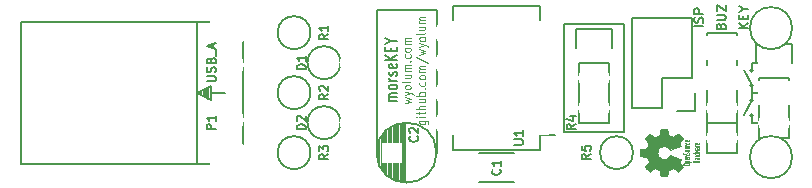
<source format=gto>
%TF.GenerationSoftware,KiCad,Pcbnew,4.0.5-e0-6337~49~ubuntu16.04.1*%
%TF.CreationDate,2017-02-01T20:03:23+05:30*%
%TF.ProjectId,morseKEY,6D6F7273654B45592E6B696361645F70,rev?*%
%TF.FileFunction,Legend,Top*%
%FSLAX46Y46*%
G04 Gerber Fmt 4.6, Leading zero omitted, Abs format (unit mm)*
G04 Created by KiCad (PCBNEW 4.0.5-e0-6337~49~ubuntu16.04.1) date Wed Feb  1 20:03:23 2017*
%MOMM*%
%LPD*%
G01*
G04 APERTURE LIST*
%ADD10C,0.101600*%
%ADD11C,0.200000*%
%ADD12C,0.152400*%
%ADD13C,0.063500*%
%ADD14C,0.150000*%
%ADD15C,0.100000*%
%ADD16C,0.002540*%
%ADD17C,0.127000*%
%ADD18C,2.127200*%
%ADD19O,2.127200X2.127200*%
%ADD20R,2.127200X2.127200*%
%ADD21C,1.720800*%
%ADD22R,1.720800X1.720800*%
%ADD23O,2.940000X1.974800*%
%ADD24O,2.686000X2.051000*%
%ADD25R,2.686000X2.051000*%
%ADD26C,2.432000*%
%ADD27C,3.400000*%
%ADD28C,2.000000*%
%ADD29C,3.600000*%
%ADD30C,2.200000*%
G04 APERTURE END LIST*
D10*
D11*
X72517000Y-31115000D02*
G75*
G03X72517000Y-31115000I-127000J0D01*
G01*
X72517000Y-32385000D02*
G75*
G03X72517000Y-32385000I-127000J0D01*
G01*
X72517000Y-33655000D02*
G75*
G03X72517000Y-33655000I-127000J0D01*
G01*
X72517000Y-34925000D02*
G75*
G03X72517000Y-34925000I-127000J0D01*
G01*
X72390000Y-32385000D02*
X71755000Y-31115000D01*
X72390000Y-33655000D02*
X71755000Y-34925000D01*
X72390000Y-35560000D02*
X72390000Y-34925000D01*
X73025000Y-35560000D02*
X72390000Y-35560000D01*
X72390000Y-33020000D02*
X73025000Y-33020000D01*
X72390000Y-32385000D02*
X72390000Y-33655000D01*
X72390000Y-30480000D02*
X72390000Y-31115000D01*
X73025000Y-30480000D02*
X72390000Y-30480000D01*
X40640000Y-26035000D02*
X45720000Y-26035000D01*
X40640000Y-38100000D02*
X40640000Y-26035000D01*
X45720000Y-26035000D02*
X45720000Y-38100000D01*
D10*
X43029414Y-33896906D02*
X43537414Y-33775953D01*
X43174557Y-33655001D01*
X43537414Y-33534049D01*
X43029414Y-33413096D01*
X43029414Y-33231668D02*
X43537414Y-33080477D01*
X43029414Y-32929287D02*
X43537414Y-33080477D01*
X43718843Y-33140953D01*
X43755129Y-33171192D01*
X43791414Y-33231668D01*
X43537414Y-32596667D02*
X43501129Y-32657143D01*
X43464843Y-32687382D01*
X43392271Y-32717620D01*
X43174557Y-32717620D01*
X43101986Y-32687382D01*
X43065700Y-32657143D01*
X43029414Y-32596667D01*
X43029414Y-32505953D01*
X43065700Y-32445477D01*
X43101986Y-32415239D01*
X43174557Y-32385001D01*
X43392271Y-32385001D01*
X43464843Y-32415239D01*
X43501129Y-32445477D01*
X43537414Y-32505953D01*
X43537414Y-32596667D01*
X43537414Y-32022143D02*
X43501129Y-32082619D01*
X43428557Y-32112858D01*
X42775414Y-32112858D01*
X43029414Y-31508096D02*
X43537414Y-31508096D01*
X43029414Y-31780239D02*
X43428557Y-31780239D01*
X43501129Y-31750000D01*
X43537414Y-31689524D01*
X43537414Y-31598810D01*
X43501129Y-31538334D01*
X43464843Y-31508096D01*
X43537414Y-31205715D02*
X43029414Y-31205715D01*
X43101986Y-31205715D02*
X43065700Y-31175476D01*
X43029414Y-31115000D01*
X43029414Y-31024286D01*
X43065700Y-30963810D01*
X43138271Y-30933572D01*
X43537414Y-30933572D01*
X43138271Y-30933572D02*
X43065700Y-30903334D01*
X43029414Y-30842857D01*
X43029414Y-30752143D01*
X43065700Y-30691667D01*
X43138271Y-30661429D01*
X43537414Y-30661429D01*
X43464843Y-30359048D02*
X43501129Y-30328809D01*
X43537414Y-30359048D01*
X43501129Y-30389286D01*
X43464843Y-30359048D01*
X43537414Y-30359048D01*
X43501129Y-29784524D02*
X43537414Y-29845000D01*
X43537414Y-29965952D01*
X43501129Y-30026428D01*
X43464843Y-30056667D01*
X43392271Y-30086905D01*
X43174557Y-30086905D01*
X43101986Y-30056667D01*
X43065700Y-30026428D01*
X43029414Y-29965952D01*
X43029414Y-29845000D01*
X43065700Y-29784524D01*
X43537414Y-29421666D02*
X43501129Y-29482142D01*
X43464843Y-29512381D01*
X43392271Y-29542619D01*
X43174557Y-29542619D01*
X43101986Y-29512381D01*
X43065700Y-29482142D01*
X43029414Y-29421666D01*
X43029414Y-29330952D01*
X43065700Y-29270476D01*
X43101986Y-29240238D01*
X43174557Y-29210000D01*
X43392271Y-29210000D01*
X43464843Y-29240238D01*
X43501129Y-29270476D01*
X43537414Y-29330952D01*
X43537414Y-29421666D01*
X43537414Y-28937857D02*
X43029414Y-28937857D01*
X43101986Y-28937857D02*
X43065700Y-28907618D01*
X43029414Y-28847142D01*
X43029414Y-28756428D01*
X43065700Y-28695952D01*
X43138271Y-28665714D01*
X43537414Y-28665714D01*
X43138271Y-28665714D02*
X43065700Y-28635476D01*
X43029414Y-28574999D01*
X43029414Y-28484285D01*
X43065700Y-28423809D01*
X43138271Y-28393571D01*
X43537414Y-28393571D01*
X44274014Y-35378573D02*
X44890871Y-35378573D01*
X44963443Y-35408811D01*
X44999729Y-35439049D01*
X45036014Y-35499525D01*
X45036014Y-35590239D01*
X44999729Y-35650716D01*
X44745729Y-35378573D02*
X44782014Y-35439049D01*
X44782014Y-35560001D01*
X44745729Y-35620477D01*
X44709443Y-35650716D01*
X44636871Y-35680954D01*
X44419157Y-35680954D01*
X44346586Y-35650716D01*
X44310300Y-35620477D01*
X44274014Y-35560001D01*
X44274014Y-35439049D01*
X44310300Y-35378573D01*
X44782014Y-35076192D02*
X44274014Y-35076192D01*
X44020014Y-35076192D02*
X44056300Y-35106430D01*
X44092586Y-35076192D01*
X44056300Y-35045953D01*
X44020014Y-35076192D01*
X44092586Y-35076192D01*
X44274014Y-34864525D02*
X44274014Y-34622620D01*
X44020014Y-34773811D02*
X44673157Y-34773811D01*
X44745729Y-34743572D01*
X44782014Y-34683096D01*
X44782014Y-34622620D01*
X44782014Y-34410954D02*
X44020014Y-34410954D01*
X44782014Y-34138811D02*
X44382871Y-34138811D01*
X44310300Y-34169049D01*
X44274014Y-34229525D01*
X44274014Y-34320239D01*
X44310300Y-34380715D01*
X44346586Y-34410954D01*
X44274014Y-33564287D02*
X44782014Y-33564287D01*
X44274014Y-33836430D02*
X44673157Y-33836430D01*
X44745729Y-33806191D01*
X44782014Y-33745715D01*
X44782014Y-33655001D01*
X44745729Y-33594525D01*
X44709443Y-33564287D01*
X44782014Y-33261906D02*
X44020014Y-33261906D01*
X44310300Y-33261906D02*
X44274014Y-33201429D01*
X44274014Y-33080477D01*
X44310300Y-33020001D01*
X44346586Y-32989763D01*
X44419157Y-32959525D01*
X44636871Y-32959525D01*
X44709443Y-32989763D01*
X44745729Y-33020001D01*
X44782014Y-33080477D01*
X44782014Y-33201429D01*
X44745729Y-33261906D01*
X44709443Y-32687382D02*
X44745729Y-32657143D01*
X44782014Y-32687382D01*
X44745729Y-32717620D01*
X44709443Y-32687382D01*
X44782014Y-32687382D01*
X44745729Y-32112858D02*
X44782014Y-32173334D01*
X44782014Y-32294286D01*
X44745729Y-32354762D01*
X44709443Y-32385001D01*
X44636871Y-32415239D01*
X44419157Y-32415239D01*
X44346586Y-32385001D01*
X44310300Y-32354762D01*
X44274014Y-32294286D01*
X44274014Y-32173334D01*
X44310300Y-32112858D01*
X44782014Y-31750000D02*
X44745729Y-31810476D01*
X44709443Y-31840715D01*
X44636871Y-31870953D01*
X44419157Y-31870953D01*
X44346586Y-31840715D01*
X44310300Y-31810476D01*
X44274014Y-31750000D01*
X44274014Y-31659286D01*
X44310300Y-31598810D01*
X44346586Y-31568572D01*
X44419157Y-31538334D01*
X44636871Y-31538334D01*
X44709443Y-31568572D01*
X44745729Y-31598810D01*
X44782014Y-31659286D01*
X44782014Y-31750000D01*
X44782014Y-31266191D02*
X44274014Y-31266191D01*
X44346586Y-31266191D02*
X44310300Y-31235952D01*
X44274014Y-31175476D01*
X44274014Y-31084762D01*
X44310300Y-31024286D01*
X44382871Y-30994048D01*
X44782014Y-30994048D01*
X44382871Y-30994048D02*
X44310300Y-30963810D01*
X44274014Y-30903333D01*
X44274014Y-30812619D01*
X44310300Y-30752143D01*
X44382871Y-30721905D01*
X44782014Y-30721905D01*
X43983729Y-29965952D02*
X44963443Y-30510238D01*
X44274014Y-29814762D02*
X44782014Y-29693809D01*
X44419157Y-29572857D01*
X44782014Y-29451905D01*
X44274014Y-29330952D01*
X44274014Y-29149524D02*
X44782014Y-28998333D01*
X44274014Y-28847143D02*
X44782014Y-28998333D01*
X44963443Y-29058809D01*
X44999729Y-29089048D01*
X45036014Y-29149524D01*
X44782014Y-28514523D02*
X44745729Y-28574999D01*
X44709443Y-28605238D01*
X44636871Y-28635476D01*
X44419157Y-28635476D01*
X44346586Y-28605238D01*
X44310300Y-28574999D01*
X44274014Y-28514523D01*
X44274014Y-28423809D01*
X44310300Y-28363333D01*
X44346586Y-28333095D01*
X44419157Y-28302857D01*
X44636871Y-28302857D01*
X44709443Y-28333095D01*
X44745729Y-28363333D01*
X44782014Y-28423809D01*
X44782014Y-28514523D01*
X44782014Y-27939999D02*
X44745729Y-28000475D01*
X44673157Y-28030714D01*
X44020014Y-28030714D01*
X44274014Y-27425952D02*
X44782014Y-27425952D01*
X44274014Y-27698095D02*
X44673157Y-27698095D01*
X44745729Y-27667856D01*
X44782014Y-27607380D01*
X44782014Y-27516666D01*
X44745729Y-27456190D01*
X44709443Y-27425952D01*
X44782014Y-27123571D02*
X44274014Y-27123571D01*
X44346586Y-27123571D02*
X44310300Y-27093332D01*
X44274014Y-27032856D01*
X44274014Y-26942142D01*
X44310300Y-26881666D01*
X44382871Y-26851428D01*
X44782014Y-26851428D01*
X44382871Y-26851428D02*
X44310300Y-26821190D01*
X44274014Y-26760713D01*
X44274014Y-26669999D01*
X44310300Y-26609523D01*
X44382871Y-26579285D01*
X44782014Y-26579285D01*
D12*
X42369619Y-33709428D02*
X41692286Y-33709428D01*
X41789048Y-33709428D02*
X41740667Y-33673143D01*
X41692286Y-33600571D01*
X41692286Y-33491714D01*
X41740667Y-33419143D01*
X41837429Y-33382857D01*
X42369619Y-33382857D01*
X41837429Y-33382857D02*
X41740667Y-33346571D01*
X41692286Y-33274000D01*
X41692286Y-33165143D01*
X41740667Y-33092571D01*
X41837429Y-33056286D01*
X42369619Y-33056286D01*
X42369619Y-32584571D02*
X42321238Y-32657143D01*
X42272857Y-32693428D01*
X42176095Y-32729714D01*
X41885810Y-32729714D01*
X41789048Y-32693428D01*
X41740667Y-32657143D01*
X41692286Y-32584571D01*
X41692286Y-32475714D01*
X41740667Y-32403143D01*
X41789048Y-32366857D01*
X41885810Y-32330571D01*
X42176095Y-32330571D01*
X42272857Y-32366857D01*
X42321238Y-32403143D01*
X42369619Y-32475714D01*
X42369619Y-32584571D01*
X42369619Y-32003999D02*
X41692286Y-32003999D01*
X41885810Y-32003999D02*
X41789048Y-31967714D01*
X41740667Y-31931428D01*
X41692286Y-31858857D01*
X41692286Y-31786285D01*
X42321238Y-31568571D02*
X42369619Y-31496000D01*
X42369619Y-31350857D01*
X42321238Y-31278285D01*
X42224476Y-31242000D01*
X42176095Y-31242000D01*
X42079333Y-31278285D01*
X42030952Y-31350857D01*
X42030952Y-31459714D01*
X41982571Y-31532285D01*
X41885810Y-31568571D01*
X41837429Y-31568571D01*
X41740667Y-31532285D01*
X41692286Y-31459714D01*
X41692286Y-31350857D01*
X41740667Y-31278285D01*
X42321238Y-30625143D02*
X42369619Y-30697714D01*
X42369619Y-30842857D01*
X42321238Y-30915428D01*
X42224476Y-30951714D01*
X41837429Y-30951714D01*
X41740667Y-30915428D01*
X41692286Y-30842857D01*
X41692286Y-30697714D01*
X41740667Y-30625143D01*
X41837429Y-30588857D01*
X41934190Y-30588857D01*
X42030952Y-30951714D01*
X42369619Y-30262285D02*
X41353619Y-30262285D01*
X42369619Y-29826857D02*
X41789048Y-30153428D01*
X41353619Y-29826857D02*
X41934190Y-30262285D01*
X41837429Y-29500285D02*
X41837429Y-29246285D01*
X42369619Y-29137428D02*
X42369619Y-29500285D01*
X41353619Y-29500285D01*
X41353619Y-29137428D01*
X41885810Y-28665714D02*
X42369619Y-28665714D01*
X41353619Y-28919714D02*
X41885810Y-28665714D01*
X41353619Y-28411714D01*
D13*
X66619060Y-39109953D02*
X66619060Y-39061572D01*
X66643250Y-39037381D01*
X66691631Y-39013191D01*
X66788393Y-39001096D01*
X66957726Y-39001096D01*
X67054488Y-39013191D01*
X67102869Y-39037381D01*
X67127060Y-39061572D01*
X67127060Y-39109953D01*
X67102869Y-39134143D01*
X67054488Y-39158334D01*
X66957726Y-39170429D01*
X66788393Y-39170429D01*
X66691631Y-39158334D01*
X66643250Y-39134143D01*
X66619060Y-39109953D01*
X66788393Y-38892239D02*
X67296393Y-38892239D01*
X66812583Y-38892239D02*
X66788393Y-38868048D01*
X66788393Y-38819667D01*
X66812583Y-38795477D01*
X66836774Y-38783382D01*
X66885155Y-38771286D01*
X67030298Y-38771286D01*
X67078679Y-38783382D01*
X67102869Y-38795477D01*
X67127060Y-38819667D01*
X67127060Y-38868048D01*
X67102869Y-38892239D01*
X67102869Y-38565667D02*
X67127060Y-38589857D01*
X67127060Y-38638238D01*
X67102869Y-38662429D01*
X67054488Y-38674524D01*
X66860964Y-38674524D01*
X66812583Y-38662429D01*
X66788393Y-38638238D01*
X66788393Y-38589857D01*
X66812583Y-38565667D01*
X66860964Y-38553572D01*
X66909345Y-38553572D01*
X66957726Y-38674524D01*
X66788393Y-38444715D02*
X67127060Y-38444715D01*
X66836774Y-38444715D02*
X66812583Y-38432620D01*
X66788393Y-38408429D01*
X66788393Y-38372143D01*
X66812583Y-38347953D01*
X66860964Y-38335858D01*
X67127060Y-38335858D01*
X67102869Y-38227000D02*
X67127060Y-38190714D01*
X67127060Y-38130238D01*
X67102869Y-38106048D01*
X67078679Y-38093952D01*
X67030298Y-38081857D01*
X66981917Y-38081857D01*
X66933536Y-38093952D01*
X66909345Y-38106048D01*
X66885155Y-38130238D01*
X66860964Y-38178619D01*
X66836774Y-38202810D01*
X66812583Y-38214905D01*
X66764202Y-38227000D01*
X66715821Y-38227000D01*
X66667440Y-38214905D01*
X66643250Y-38202810D01*
X66619060Y-38178619D01*
X66619060Y-38118143D01*
X66643250Y-38081857D01*
X67127060Y-37936714D02*
X67102869Y-37960905D01*
X67078679Y-37973000D01*
X67030298Y-37985095D01*
X66885155Y-37985095D01*
X66836774Y-37973000D01*
X66812583Y-37960905D01*
X66788393Y-37936714D01*
X66788393Y-37900428D01*
X66812583Y-37876238D01*
X66836774Y-37864143D01*
X66885155Y-37852047D01*
X67030298Y-37852047D01*
X67078679Y-37864143D01*
X67102869Y-37876238D01*
X67127060Y-37900428D01*
X67127060Y-37936714D01*
X66788393Y-37634333D02*
X67127060Y-37634333D01*
X66788393Y-37743190D02*
X67054488Y-37743190D01*
X67102869Y-37731095D01*
X67127060Y-37706904D01*
X67127060Y-37670618D01*
X67102869Y-37646428D01*
X67078679Y-37634333D01*
X67127060Y-37513380D02*
X66788393Y-37513380D01*
X66885155Y-37513380D02*
X66836774Y-37501285D01*
X66812583Y-37489189D01*
X66788393Y-37464999D01*
X66788393Y-37440808D01*
X67102869Y-37247285D02*
X67127060Y-37271475D01*
X67127060Y-37319856D01*
X67102869Y-37344047D01*
X67078679Y-37356142D01*
X67030298Y-37368237D01*
X66885155Y-37368237D01*
X66836774Y-37356142D01*
X66812583Y-37344047D01*
X66788393Y-37319856D01*
X66788393Y-37271475D01*
X66812583Y-37247285D01*
X67102869Y-37041666D02*
X67127060Y-37065856D01*
X67127060Y-37114237D01*
X67102869Y-37138428D01*
X67054488Y-37150523D01*
X66860964Y-37150523D01*
X66812583Y-37138428D01*
X66788393Y-37114237D01*
X66788393Y-37065856D01*
X66812583Y-37041666D01*
X66860964Y-37029571D01*
X66909345Y-37029571D01*
X66957726Y-37150523D01*
X67952560Y-38916429D02*
X67444560Y-38916429D01*
X67686464Y-38916429D02*
X67686464Y-38771286D01*
X67952560Y-38771286D02*
X67444560Y-38771286D01*
X67952560Y-38541477D02*
X67686464Y-38541477D01*
X67638083Y-38553572D01*
X67613893Y-38577762D01*
X67613893Y-38626143D01*
X67638083Y-38650334D01*
X67928369Y-38541477D02*
X67952560Y-38565667D01*
X67952560Y-38626143D01*
X67928369Y-38650334D01*
X67879988Y-38662429D01*
X67831607Y-38662429D01*
X67783226Y-38650334D01*
X67759036Y-38626143D01*
X67759036Y-38565667D01*
X67734845Y-38541477D01*
X67952560Y-38420524D02*
X67613893Y-38420524D01*
X67710655Y-38420524D02*
X67662274Y-38408429D01*
X67638083Y-38396333D01*
X67613893Y-38372143D01*
X67613893Y-38347952D01*
X67952560Y-38154429D02*
X67444560Y-38154429D01*
X67928369Y-38154429D02*
X67952560Y-38178619D01*
X67952560Y-38227000D01*
X67928369Y-38251191D01*
X67904179Y-38263286D01*
X67855798Y-38275381D01*
X67710655Y-38275381D01*
X67662274Y-38263286D01*
X67638083Y-38251191D01*
X67613893Y-38227000D01*
X67613893Y-38178619D01*
X67638083Y-38154429D01*
X67613893Y-38057666D02*
X67952560Y-38009285D01*
X67710655Y-37960904D01*
X67952560Y-37912523D01*
X67613893Y-37864142D01*
X67952560Y-37658524D02*
X67686464Y-37658524D01*
X67638083Y-37670619D01*
X67613893Y-37694809D01*
X67613893Y-37743190D01*
X67638083Y-37767381D01*
X67928369Y-37658524D02*
X67952560Y-37682714D01*
X67952560Y-37743190D01*
X67928369Y-37767381D01*
X67879988Y-37779476D01*
X67831607Y-37779476D01*
X67783226Y-37767381D01*
X67759036Y-37743190D01*
X67759036Y-37682714D01*
X67734845Y-37658524D01*
X67952560Y-37537571D02*
X67613893Y-37537571D01*
X67710655Y-37537571D02*
X67662274Y-37525476D01*
X67638083Y-37513380D01*
X67613893Y-37489190D01*
X67613893Y-37464999D01*
X67928369Y-37283571D02*
X67952560Y-37307761D01*
X67952560Y-37356142D01*
X67928369Y-37380333D01*
X67879988Y-37392428D01*
X67686464Y-37392428D01*
X67638083Y-37380333D01*
X67613893Y-37356142D01*
X67613893Y-37307761D01*
X67638083Y-37283571D01*
X67686464Y-37271476D01*
X67734845Y-37271476D01*
X67783226Y-37392428D01*
D14*
X67310000Y-31750000D02*
X67310000Y-26670000D01*
X67590000Y-34570000D02*
X66040000Y-34570000D01*
X64770000Y-34290000D02*
X64770000Y-31750000D01*
X64770000Y-31750000D02*
X67310000Y-31750000D01*
X67310000Y-26670000D02*
X62230000Y-26670000D01*
X62230000Y-26670000D02*
X62230000Y-31750000D01*
X67590000Y-34570000D02*
X67590000Y-33020000D01*
X62230000Y-34290000D02*
X64770000Y-34290000D01*
X62230000Y-31750000D02*
X62230000Y-34290000D01*
D11*
X42480000Y-38900000D02*
X42480000Y-40500000D01*
X42280000Y-38900000D02*
X42280000Y-40450000D01*
X42080000Y-38900000D02*
X42080000Y-40350000D01*
X41880000Y-38900000D02*
X41880000Y-40200000D01*
X41680000Y-38900000D02*
X41680000Y-40100000D01*
X41480000Y-38900000D02*
X41480000Y-39900000D01*
X41280000Y-38900000D02*
X41280000Y-39700000D01*
X40730000Y-37550000D02*
X40730000Y-38650000D01*
X40880000Y-39100000D02*
X40880000Y-37100000D01*
X41080000Y-36700000D02*
X41080000Y-39450000D01*
X41280000Y-37300000D02*
X41280000Y-36500000D01*
X41680000Y-36100000D02*
X41680000Y-37300000D01*
X41480000Y-36300000D02*
X41480000Y-37300000D01*
X41880000Y-37300000D02*
X41880000Y-35950000D01*
X42080000Y-35850000D02*
X42080000Y-37300000D01*
X42280000Y-37300000D02*
X42280000Y-35750000D01*
X42480000Y-35700000D02*
X42480000Y-37300000D01*
X42680000Y-40550000D02*
X42680000Y-35650000D01*
X42880000Y-35650000D02*
X42880000Y-40600000D01*
X43080000Y-40600000D02*
X43080000Y-35600000D01*
D15*
X42680000Y-38850000D02*
X41180000Y-38850000D01*
X41180000Y-38850000D02*
X41180000Y-37350000D01*
X41180000Y-37350000D02*
X42680000Y-37350000D01*
X42680000Y-37350000D02*
X42680000Y-38850000D01*
D14*
X45717500Y-38100000D02*
G75*
G03X45717500Y-38100000I-2537500J0D01*
G01*
X54475000Y-37855000D02*
X54475000Y-36585000D01*
X47125000Y-37855000D02*
X47125000Y-36585000D01*
X47125000Y-25645000D02*
X47125000Y-26915000D01*
X54475000Y-25645000D02*
X54475000Y-26915000D01*
X54475000Y-37855000D02*
X47125000Y-37855000D01*
X54475000Y-25645000D02*
X47125000Y-25645000D01*
X54475000Y-36585000D02*
X55760000Y-36585000D01*
X71120000Y-35560000D02*
X71120000Y-27940000D01*
X68580000Y-35560000D02*
X68580000Y-27940000D01*
X68580000Y-38100000D02*
X68580000Y-35560000D01*
X71120000Y-27940000D02*
X68580000Y-27940000D01*
X68580000Y-35560000D02*
X71120000Y-35560000D01*
X68580000Y-38100000D02*
X71120000Y-38100000D01*
X71120000Y-38100000D02*
X71120000Y-35560000D01*
X73025000Y-31750000D02*
X73025000Y-36830000D01*
X73025000Y-36830000D02*
X75565000Y-36830000D01*
X75565000Y-36830000D02*
X75565000Y-31750000D01*
X75845000Y-28930000D02*
X75845000Y-30480000D01*
X75565000Y-31750000D02*
X73025000Y-31750000D01*
X72745000Y-30480000D02*
X72745000Y-28930000D01*
X72745000Y-28930000D02*
X75845000Y-28930000D01*
X49300000Y-38120000D02*
X52300000Y-38120000D01*
X52300000Y-40620000D02*
X49300000Y-40620000D01*
X56515000Y-36322000D02*
X56515000Y-27178000D01*
X61595000Y-36322000D02*
X56515000Y-36322000D01*
X61595000Y-27178000D02*
X61595000Y-36322000D01*
X56515000Y-27178000D02*
X61595000Y-27178000D01*
X57785000Y-30480000D02*
X57785000Y-35560000D01*
X57785000Y-35560000D02*
X60325000Y-35560000D01*
X60325000Y-35560000D02*
X60325000Y-30480000D01*
X60605000Y-27660000D02*
X60605000Y-29210000D01*
X60325000Y-30480000D02*
X57785000Y-30480000D01*
X57505000Y-29210000D02*
X57505000Y-27660000D01*
X57505000Y-27660000D02*
X60605000Y-27660000D01*
D16*
G36*
X66565780Y-39311580D02*
X66555620Y-39291260D01*
X66525140Y-39243000D01*
X66481960Y-39176960D01*
X66428620Y-39098220D01*
X66375280Y-39019480D01*
X66332100Y-38953440D01*
X66301620Y-38907720D01*
X66291460Y-38889940D01*
X66294000Y-38879780D01*
X66314320Y-38841680D01*
X66342260Y-38785800D01*
X66357500Y-38755320D01*
X66380360Y-38704520D01*
X66385440Y-38679120D01*
X66377820Y-38676580D01*
X66339720Y-38656260D01*
X66273680Y-38628320D01*
X66187320Y-38590220D01*
X66085720Y-38547040D01*
X65976500Y-38501320D01*
X65864740Y-38455600D01*
X65758060Y-38409880D01*
X65661540Y-38371780D01*
X65585340Y-38338760D01*
X65529460Y-38318440D01*
X65506600Y-38310820D01*
X65501520Y-38313360D01*
X65478660Y-38338760D01*
X65445640Y-38381940D01*
X65366900Y-38478460D01*
X65250060Y-38569900D01*
X65117980Y-38628320D01*
X64970660Y-38646100D01*
X64836040Y-38630860D01*
X64706500Y-38577520D01*
X64587120Y-38486080D01*
X64500760Y-38374320D01*
X64444880Y-38244780D01*
X64427100Y-38100000D01*
X64442340Y-37960300D01*
X64495680Y-37828220D01*
X64584580Y-37708840D01*
X64643000Y-37660580D01*
X64762380Y-37592000D01*
X64889380Y-37551360D01*
X64919860Y-37548820D01*
X65062100Y-37553900D01*
X65196720Y-37594540D01*
X65316100Y-37668200D01*
X65415160Y-37772340D01*
X65425320Y-37785040D01*
X65460880Y-37833300D01*
X65483740Y-37863780D01*
X65504060Y-37889180D01*
X65935860Y-37711380D01*
X66004440Y-37683440D01*
X66121280Y-37632640D01*
X66222880Y-37589460D01*
X66304160Y-37556440D01*
X66357500Y-37531040D01*
X66380360Y-37520880D01*
X66380360Y-37520880D01*
X66382900Y-37505640D01*
X66370200Y-37472620D01*
X66342260Y-37411660D01*
X66321940Y-37371020D01*
X66299080Y-37325300D01*
X66291460Y-37304980D01*
X66301620Y-37287200D01*
X66329560Y-37244020D01*
X66372740Y-37180520D01*
X66423540Y-37104320D01*
X66474340Y-37030660D01*
X66520060Y-36962080D01*
X66550540Y-36913820D01*
X66563240Y-36888420D01*
X66563240Y-36885880D01*
X66550540Y-36865560D01*
X66520060Y-36824920D01*
X66464180Y-36766500D01*
X66382900Y-36685220D01*
X66370200Y-36672520D01*
X66299080Y-36603940D01*
X66240660Y-36548060D01*
X66200020Y-36509960D01*
X66182240Y-36497260D01*
X66182240Y-36497260D01*
X66156840Y-36509960D01*
X66108580Y-36540440D01*
X66040000Y-36586160D01*
X65961260Y-36639500D01*
X65752980Y-36781740D01*
X65557400Y-36703000D01*
X65498980Y-36680140D01*
X65425320Y-36649660D01*
X65374520Y-36626800D01*
X65351660Y-36614100D01*
X65344040Y-36593780D01*
X65331340Y-36540440D01*
X65313560Y-36461700D01*
X65298320Y-36370260D01*
X65280540Y-36281360D01*
X65265300Y-36202620D01*
X65255140Y-36144200D01*
X65250060Y-36118800D01*
X65244980Y-36113720D01*
X65232280Y-36108640D01*
X65206880Y-36103560D01*
X65158620Y-36103560D01*
X65082420Y-36101020D01*
X64970660Y-36101020D01*
X64960500Y-36101020D01*
X64853820Y-36103560D01*
X64770000Y-36103560D01*
X64716660Y-36106100D01*
X64696340Y-36111180D01*
X64696340Y-36111180D01*
X64688720Y-36136580D01*
X64678560Y-36192460D01*
X64660780Y-36271200D01*
X64643000Y-36367720D01*
X64643000Y-36372800D01*
X64625220Y-36466780D01*
X64607440Y-36545520D01*
X64594740Y-36601400D01*
X64587120Y-36624260D01*
X64582040Y-36629340D01*
X64543940Y-36649660D01*
X64485520Y-36677600D01*
X64414400Y-36708080D01*
X64340740Y-36738560D01*
X64272160Y-36766500D01*
X64223900Y-36784280D01*
X64201040Y-36789360D01*
X64201040Y-36789360D01*
X64178180Y-36774120D01*
X64127380Y-36741100D01*
X64061340Y-36695380D01*
X63980060Y-36639500D01*
X63972440Y-36636960D01*
X63893700Y-36581080D01*
X63825120Y-36537900D01*
X63776860Y-36507420D01*
X63756540Y-36497260D01*
X63754000Y-36497260D01*
X63731140Y-36515040D01*
X63685420Y-36555680D01*
X63624460Y-36614100D01*
X63553340Y-36685220D01*
X63533020Y-36708080D01*
X63456820Y-36784280D01*
X63406020Y-36837620D01*
X63380620Y-36873180D01*
X63373000Y-36888420D01*
X63375540Y-36888420D01*
X63388240Y-36913820D01*
X63421260Y-36964620D01*
X63469520Y-37033200D01*
X63522860Y-37114480D01*
X63527940Y-37119560D01*
X63581280Y-37198300D01*
X63627000Y-37264340D01*
X63657480Y-37312600D01*
X63670180Y-37332920D01*
X63670180Y-37338000D01*
X63660020Y-37368480D01*
X63642240Y-37426900D01*
X63614300Y-37495480D01*
X63583820Y-37569140D01*
X63555880Y-37637720D01*
X63533020Y-37688520D01*
X63520320Y-37711380D01*
X63517780Y-37711380D01*
X63489840Y-37721540D01*
X63428880Y-37734240D01*
X63347600Y-37752020D01*
X63248540Y-37769800D01*
X63233300Y-37772340D01*
X63139320Y-37790120D01*
X63060580Y-37805360D01*
X63004700Y-37818060D01*
X62981840Y-37823140D01*
X62979300Y-37835840D01*
X62976760Y-37884100D01*
X62974220Y-37955220D01*
X62974220Y-38041580D01*
X62974220Y-38130480D01*
X62976760Y-38216840D01*
X62979300Y-38293040D01*
X62981840Y-38346380D01*
X62986920Y-38369240D01*
X62989460Y-38371780D01*
X63017400Y-38379400D01*
X63078360Y-38392100D01*
X63159640Y-38409880D01*
X63258700Y-38427660D01*
X63276480Y-38430200D01*
X63370460Y-38447980D01*
X63449200Y-38465760D01*
X63502540Y-38475920D01*
X63522860Y-38483540D01*
X63527940Y-38491160D01*
X63545720Y-38529260D01*
X63571120Y-38592760D01*
X63604140Y-38674040D01*
X63677800Y-38856920D01*
X63522860Y-39080440D01*
X63510160Y-39100760D01*
X63454280Y-39182040D01*
X63411100Y-39248080D01*
X63380620Y-39293800D01*
X63370460Y-39314120D01*
X63370460Y-39314120D01*
X63390780Y-39336980D01*
X63431420Y-39382700D01*
X63492380Y-39443660D01*
X63560960Y-39512240D01*
X63614300Y-39565580D01*
X63677800Y-39626540D01*
X63718440Y-39667180D01*
X63746380Y-39687500D01*
X63764160Y-39695120D01*
X63774320Y-39692580D01*
X63797180Y-39679880D01*
X63845440Y-39646860D01*
X63914020Y-39601140D01*
X63992760Y-39545260D01*
X64061340Y-39499540D01*
X64135000Y-39451280D01*
X64188340Y-39420800D01*
X64216280Y-39408100D01*
X64226440Y-39410640D01*
X64269620Y-39428420D01*
X64338200Y-39453820D01*
X64416940Y-39486840D01*
X64594740Y-39565580D01*
X64615060Y-39682420D01*
X64630300Y-39753540D01*
X64648080Y-39852600D01*
X64665860Y-39946580D01*
X64696340Y-40093900D01*
X65234820Y-40098980D01*
X65244980Y-40076120D01*
X65252600Y-40053260D01*
X65262760Y-39999920D01*
X65278000Y-39921180D01*
X65295780Y-39829740D01*
X65311020Y-39751000D01*
X65326260Y-39672260D01*
X65336420Y-39616380D01*
X65341500Y-39590980D01*
X65351660Y-39583360D01*
X65389760Y-39563040D01*
X65450720Y-39535100D01*
X65524380Y-39504620D01*
X65598040Y-39474140D01*
X65669160Y-39446200D01*
X65722500Y-39425880D01*
X65750440Y-39418260D01*
X65770760Y-39428420D01*
X65816480Y-39458900D01*
X65882520Y-39502080D01*
X65961260Y-39555420D01*
X66040000Y-39611300D01*
X66108580Y-39654480D01*
X66156840Y-39687500D01*
X66177160Y-39700200D01*
X66192400Y-39692580D01*
X66230500Y-39662100D01*
X66291460Y-39603680D01*
X66380360Y-39514780D01*
X66393060Y-39499540D01*
X66461640Y-39430960D01*
X66514980Y-39370000D01*
X66553080Y-39329360D01*
X66565780Y-39311580D01*
X66565780Y-39311580D01*
G37*
X66565780Y-39311580D02*
X66555620Y-39291260D01*
X66525140Y-39243000D01*
X66481960Y-39176960D01*
X66428620Y-39098220D01*
X66375280Y-39019480D01*
X66332100Y-38953440D01*
X66301620Y-38907720D01*
X66291460Y-38889940D01*
X66294000Y-38879780D01*
X66314320Y-38841680D01*
X66342260Y-38785800D01*
X66357500Y-38755320D01*
X66380360Y-38704520D01*
X66385440Y-38679120D01*
X66377820Y-38676580D01*
X66339720Y-38656260D01*
X66273680Y-38628320D01*
X66187320Y-38590220D01*
X66085720Y-38547040D01*
X65976500Y-38501320D01*
X65864740Y-38455600D01*
X65758060Y-38409880D01*
X65661540Y-38371780D01*
X65585340Y-38338760D01*
X65529460Y-38318440D01*
X65506600Y-38310820D01*
X65501520Y-38313360D01*
X65478660Y-38338760D01*
X65445640Y-38381940D01*
X65366900Y-38478460D01*
X65250060Y-38569900D01*
X65117980Y-38628320D01*
X64970660Y-38646100D01*
X64836040Y-38630860D01*
X64706500Y-38577520D01*
X64587120Y-38486080D01*
X64500760Y-38374320D01*
X64444880Y-38244780D01*
X64427100Y-38100000D01*
X64442340Y-37960300D01*
X64495680Y-37828220D01*
X64584580Y-37708840D01*
X64643000Y-37660580D01*
X64762380Y-37592000D01*
X64889380Y-37551360D01*
X64919860Y-37548820D01*
X65062100Y-37553900D01*
X65196720Y-37594540D01*
X65316100Y-37668200D01*
X65415160Y-37772340D01*
X65425320Y-37785040D01*
X65460880Y-37833300D01*
X65483740Y-37863780D01*
X65504060Y-37889180D01*
X65935860Y-37711380D01*
X66004440Y-37683440D01*
X66121280Y-37632640D01*
X66222880Y-37589460D01*
X66304160Y-37556440D01*
X66357500Y-37531040D01*
X66380360Y-37520880D01*
X66380360Y-37520880D01*
X66382900Y-37505640D01*
X66370200Y-37472620D01*
X66342260Y-37411660D01*
X66321940Y-37371020D01*
X66299080Y-37325300D01*
X66291460Y-37304980D01*
X66301620Y-37287200D01*
X66329560Y-37244020D01*
X66372740Y-37180520D01*
X66423540Y-37104320D01*
X66474340Y-37030660D01*
X66520060Y-36962080D01*
X66550540Y-36913820D01*
X66563240Y-36888420D01*
X66563240Y-36885880D01*
X66550540Y-36865560D01*
X66520060Y-36824920D01*
X66464180Y-36766500D01*
X66382900Y-36685220D01*
X66370200Y-36672520D01*
X66299080Y-36603940D01*
X66240660Y-36548060D01*
X66200020Y-36509960D01*
X66182240Y-36497260D01*
X66182240Y-36497260D01*
X66156840Y-36509960D01*
X66108580Y-36540440D01*
X66040000Y-36586160D01*
X65961260Y-36639500D01*
X65752980Y-36781740D01*
X65557400Y-36703000D01*
X65498980Y-36680140D01*
X65425320Y-36649660D01*
X65374520Y-36626800D01*
X65351660Y-36614100D01*
X65344040Y-36593780D01*
X65331340Y-36540440D01*
X65313560Y-36461700D01*
X65298320Y-36370260D01*
X65280540Y-36281360D01*
X65265300Y-36202620D01*
X65255140Y-36144200D01*
X65250060Y-36118800D01*
X65244980Y-36113720D01*
X65232280Y-36108640D01*
X65206880Y-36103560D01*
X65158620Y-36103560D01*
X65082420Y-36101020D01*
X64970660Y-36101020D01*
X64960500Y-36101020D01*
X64853820Y-36103560D01*
X64770000Y-36103560D01*
X64716660Y-36106100D01*
X64696340Y-36111180D01*
X64696340Y-36111180D01*
X64688720Y-36136580D01*
X64678560Y-36192460D01*
X64660780Y-36271200D01*
X64643000Y-36367720D01*
X64643000Y-36372800D01*
X64625220Y-36466780D01*
X64607440Y-36545520D01*
X64594740Y-36601400D01*
X64587120Y-36624260D01*
X64582040Y-36629340D01*
X64543940Y-36649660D01*
X64485520Y-36677600D01*
X64414400Y-36708080D01*
X64340740Y-36738560D01*
X64272160Y-36766500D01*
X64223900Y-36784280D01*
X64201040Y-36789360D01*
X64201040Y-36789360D01*
X64178180Y-36774120D01*
X64127380Y-36741100D01*
X64061340Y-36695380D01*
X63980060Y-36639500D01*
X63972440Y-36636960D01*
X63893700Y-36581080D01*
X63825120Y-36537900D01*
X63776860Y-36507420D01*
X63756540Y-36497260D01*
X63754000Y-36497260D01*
X63731140Y-36515040D01*
X63685420Y-36555680D01*
X63624460Y-36614100D01*
X63553340Y-36685220D01*
X63533020Y-36708080D01*
X63456820Y-36784280D01*
X63406020Y-36837620D01*
X63380620Y-36873180D01*
X63373000Y-36888420D01*
X63375540Y-36888420D01*
X63388240Y-36913820D01*
X63421260Y-36964620D01*
X63469520Y-37033200D01*
X63522860Y-37114480D01*
X63527940Y-37119560D01*
X63581280Y-37198300D01*
X63627000Y-37264340D01*
X63657480Y-37312600D01*
X63670180Y-37332920D01*
X63670180Y-37338000D01*
X63660020Y-37368480D01*
X63642240Y-37426900D01*
X63614300Y-37495480D01*
X63583820Y-37569140D01*
X63555880Y-37637720D01*
X63533020Y-37688520D01*
X63520320Y-37711380D01*
X63517780Y-37711380D01*
X63489840Y-37721540D01*
X63428880Y-37734240D01*
X63347600Y-37752020D01*
X63248540Y-37769800D01*
X63233300Y-37772340D01*
X63139320Y-37790120D01*
X63060580Y-37805360D01*
X63004700Y-37818060D01*
X62981840Y-37823140D01*
X62979300Y-37835840D01*
X62976760Y-37884100D01*
X62974220Y-37955220D01*
X62974220Y-38041580D01*
X62974220Y-38130480D01*
X62976760Y-38216840D01*
X62979300Y-38293040D01*
X62981840Y-38346380D01*
X62986920Y-38369240D01*
X62989460Y-38371780D01*
X63017400Y-38379400D01*
X63078360Y-38392100D01*
X63159640Y-38409880D01*
X63258700Y-38427660D01*
X63276480Y-38430200D01*
X63370460Y-38447980D01*
X63449200Y-38465760D01*
X63502540Y-38475920D01*
X63522860Y-38483540D01*
X63527940Y-38491160D01*
X63545720Y-38529260D01*
X63571120Y-38592760D01*
X63604140Y-38674040D01*
X63677800Y-38856920D01*
X63522860Y-39080440D01*
X63510160Y-39100760D01*
X63454280Y-39182040D01*
X63411100Y-39248080D01*
X63380620Y-39293800D01*
X63370460Y-39314120D01*
X63370460Y-39314120D01*
X63390780Y-39336980D01*
X63431420Y-39382700D01*
X63492380Y-39443660D01*
X63560960Y-39512240D01*
X63614300Y-39565580D01*
X63677800Y-39626540D01*
X63718440Y-39667180D01*
X63746380Y-39687500D01*
X63764160Y-39695120D01*
X63774320Y-39692580D01*
X63797180Y-39679880D01*
X63845440Y-39646860D01*
X63914020Y-39601140D01*
X63992760Y-39545260D01*
X64061340Y-39499540D01*
X64135000Y-39451280D01*
X64188340Y-39420800D01*
X64216280Y-39408100D01*
X64226440Y-39410640D01*
X64269620Y-39428420D01*
X64338200Y-39453820D01*
X64416940Y-39486840D01*
X64594740Y-39565580D01*
X64615060Y-39682420D01*
X64630300Y-39753540D01*
X64648080Y-39852600D01*
X64665860Y-39946580D01*
X64696340Y-40093900D01*
X65234820Y-40098980D01*
X65244980Y-40076120D01*
X65252600Y-40053260D01*
X65262760Y-39999920D01*
X65278000Y-39921180D01*
X65295780Y-39829740D01*
X65311020Y-39751000D01*
X65326260Y-39672260D01*
X65336420Y-39616380D01*
X65341500Y-39590980D01*
X65351660Y-39583360D01*
X65389760Y-39563040D01*
X65450720Y-39535100D01*
X65524380Y-39504620D01*
X65598040Y-39474140D01*
X65669160Y-39446200D01*
X65722500Y-39425880D01*
X65750440Y-39418260D01*
X65770760Y-39428420D01*
X65816480Y-39458900D01*
X65882520Y-39502080D01*
X65961260Y-39555420D01*
X66040000Y-39611300D01*
X66108580Y-39654480D01*
X66156840Y-39687500D01*
X66177160Y-39700200D01*
X66192400Y-39692580D01*
X66230500Y-39662100D01*
X66291460Y-39603680D01*
X66380360Y-39514780D01*
X66393060Y-39499540D01*
X66461640Y-39430960D01*
X66514980Y-39370000D01*
X66553080Y-39329360D01*
X66565780Y-39311580D01*
D14*
X37597761Y-30480000D02*
G75*
G03X37597761Y-30480000I-1402761J0D01*
G01*
X37597761Y-35560000D02*
G75*
G03X37597761Y-35560000I-1402761J0D01*
G01*
D11*
X35052000Y-27940000D02*
G75*
G03X35052000Y-27940000I-1397000J0D01*
G01*
X35052000Y-33020000D02*
G75*
G03X35052000Y-33020000I-1397000J0D01*
G01*
X62357000Y-38100000D02*
G75*
G03X62357000Y-38100000I-1397000J0D01*
G01*
X35052000Y-38100000D02*
G75*
G03X35052000Y-38100000I-1397000J0D01*
G01*
D14*
X75823530Y-27559000D02*
G75*
G03X75823530Y-27559000I-1782530J0D01*
G01*
X75823530Y-38481000D02*
G75*
G03X75823530Y-38481000I-1782530J0D01*
G01*
D11*
X25600000Y-33120000D02*
X25600000Y-32920000D01*
X25800000Y-32820000D02*
X25800000Y-33220000D01*
X26000000Y-33320000D02*
X26000000Y-32720000D01*
X26200000Y-32620000D02*
X26200000Y-33420000D01*
X26400000Y-33520000D02*
X26400000Y-32520000D01*
X26600000Y-33020000D02*
X27800000Y-33020000D01*
X25400000Y-33020000D02*
X26600000Y-32420000D01*
X26600000Y-32420000D02*
X26600000Y-33620000D01*
X26600000Y-33620000D02*
X25400000Y-33020000D01*
X25400000Y-39020000D02*
X25400000Y-27020000D01*
X28300000Y-27020000D02*
X10500000Y-27020000D01*
X10500000Y-27020000D02*
X10500000Y-39020000D01*
X10500000Y-39020000D02*
X28300000Y-39020000D01*
X28300000Y-39020000D02*
X29300000Y-39020000D01*
X29300000Y-39020000D02*
X29300000Y-27020000D01*
X29300000Y-27020000D02*
X28300000Y-27020000D01*
D17*
X68289714Y-27413856D02*
X67527714Y-27413856D01*
X68253429Y-27087285D02*
X68289714Y-26978428D01*
X68289714Y-26796999D01*
X68253429Y-26724428D01*
X68217143Y-26688142D01*
X68144571Y-26651857D01*
X68072000Y-26651857D01*
X67999429Y-26688142D01*
X67963143Y-26724428D01*
X67926857Y-26796999D01*
X67890571Y-26942142D01*
X67854286Y-27014714D01*
X67818000Y-27050999D01*
X67745429Y-27087285D01*
X67672857Y-27087285D01*
X67600286Y-27050999D01*
X67564000Y-27014714D01*
X67527714Y-26942142D01*
X67527714Y-26760714D01*
X67564000Y-26651857D01*
X68289714Y-26325285D02*
X67527714Y-26325285D01*
X67527714Y-26035000D01*
X67564000Y-25962428D01*
X67600286Y-25926143D01*
X67672857Y-25889857D01*
X67781714Y-25889857D01*
X67854286Y-25926143D01*
X67890571Y-25962428D01*
X67926857Y-26035000D01*
X67926857Y-26325285D01*
X44087143Y-36703000D02*
X44123429Y-36739286D01*
X44159714Y-36848143D01*
X44159714Y-36920714D01*
X44123429Y-37029571D01*
X44050857Y-37102143D01*
X43978286Y-37138428D01*
X43833143Y-37174714D01*
X43724286Y-37174714D01*
X43579143Y-37138428D01*
X43506571Y-37102143D01*
X43434000Y-37029571D01*
X43397714Y-36920714D01*
X43397714Y-36848143D01*
X43434000Y-36739286D01*
X43470286Y-36703000D01*
X43470286Y-36412714D02*
X43434000Y-36376428D01*
X43397714Y-36303857D01*
X43397714Y-36122428D01*
X43434000Y-36049857D01*
X43470286Y-36013571D01*
X43542857Y-35977286D01*
X43615429Y-35977286D01*
X43724286Y-36013571D01*
X44159714Y-36449000D01*
X44159714Y-35977286D01*
X52287714Y-37410571D02*
X52904571Y-37410571D01*
X52977143Y-37374286D01*
X53013429Y-37338000D01*
X53049714Y-37265429D01*
X53049714Y-37120286D01*
X53013429Y-37047714D01*
X52977143Y-37011429D01*
X52904571Y-36975143D01*
X52287714Y-36975143D01*
X53049714Y-36213143D02*
X53049714Y-36648571D01*
X53049714Y-36430857D02*
X52287714Y-36430857D01*
X52396571Y-36503428D01*
X52469143Y-36576000D01*
X52505429Y-36648571D01*
X69795571Y-27377571D02*
X69831857Y-27268714D01*
X69868143Y-27232429D01*
X69940714Y-27196143D01*
X70049571Y-27196143D01*
X70122143Y-27232429D01*
X70158429Y-27268714D01*
X70194714Y-27341286D01*
X70194714Y-27631571D01*
X69432714Y-27631571D01*
X69432714Y-27377571D01*
X69469000Y-27305000D01*
X69505286Y-27268714D01*
X69577857Y-27232429D01*
X69650429Y-27232429D01*
X69723000Y-27268714D01*
X69759286Y-27305000D01*
X69795571Y-27377571D01*
X69795571Y-27631571D01*
X69432714Y-26869571D02*
X70049571Y-26869571D01*
X70122143Y-26833286D01*
X70158429Y-26797000D01*
X70194714Y-26724429D01*
X70194714Y-26579286D01*
X70158429Y-26506714D01*
X70122143Y-26470429D01*
X70049571Y-26434143D01*
X69432714Y-26434143D01*
X69432714Y-26143857D02*
X69432714Y-25635857D01*
X70194714Y-26143857D01*
X70194714Y-25635857D01*
X72099714Y-27540857D02*
X71337714Y-27540857D01*
X72099714Y-27105429D02*
X71664286Y-27432000D01*
X71337714Y-27105429D02*
X71773143Y-27540857D01*
X71700571Y-26778857D02*
X71700571Y-26524857D01*
X72099714Y-26416000D02*
X72099714Y-26778857D01*
X71337714Y-26778857D01*
X71337714Y-26416000D01*
X71736857Y-25944286D02*
X72099714Y-25944286D01*
X71337714Y-26198286D02*
X71736857Y-25944286D01*
X71337714Y-25690286D01*
X51072143Y-39497000D02*
X51108429Y-39533286D01*
X51144714Y-39642143D01*
X51144714Y-39714714D01*
X51108429Y-39823571D01*
X51035857Y-39896143D01*
X50963286Y-39932428D01*
X50818143Y-39968714D01*
X50709286Y-39968714D01*
X50564143Y-39932428D01*
X50491571Y-39896143D01*
X50419000Y-39823571D01*
X50382714Y-39714714D01*
X50382714Y-39642143D01*
X50419000Y-39533286D01*
X50455286Y-39497000D01*
X51144714Y-38771286D02*
X51144714Y-39206714D01*
X51144714Y-38989000D02*
X50382714Y-38989000D01*
X50491571Y-39061571D01*
X50564143Y-39134143D01*
X50600429Y-39206714D01*
X57494714Y-35687000D02*
X57131857Y-35941000D01*
X57494714Y-36122428D02*
X56732714Y-36122428D01*
X56732714Y-35832143D01*
X56769000Y-35759571D01*
X56805286Y-35723286D01*
X56877857Y-35687000D01*
X56986714Y-35687000D01*
X57059286Y-35723286D01*
X57095571Y-35759571D01*
X57131857Y-35832143D01*
X57131857Y-36122428D01*
X56986714Y-35033857D02*
X57494714Y-35033857D01*
X56696429Y-35215286D02*
X57240714Y-35396714D01*
X57240714Y-34925000D01*
X34634714Y-31042428D02*
X33872714Y-31042428D01*
X33872714Y-30861000D01*
X33909000Y-30752143D01*
X33981571Y-30679571D01*
X34054143Y-30643286D01*
X34199286Y-30607000D01*
X34308143Y-30607000D01*
X34453286Y-30643286D01*
X34525857Y-30679571D01*
X34598429Y-30752143D01*
X34634714Y-30861000D01*
X34634714Y-31042428D01*
X34634714Y-29881286D02*
X34634714Y-30316714D01*
X34634714Y-30099000D02*
X33872714Y-30099000D01*
X33981571Y-30171571D01*
X34054143Y-30244143D01*
X34090429Y-30316714D01*
X34634714Y-36122428D02*
X33872714Y-36122428D01*
X33872714Y-35941000D01*
X33909000Y-35832143D01*
X33981571Y-35759571D01*
X34054143Y-35723286D01*
X34199286Y-35687000D01*
X34308143Y-35687000D01*
X34453286Y-35723286D01*
X34525857Y-35759571D01*
X34598429Y-35832143D01*
X34634714Y-35941000D01*
X34634714Y-36122428D01*
X33945286Y-35396714D02*
X33909000Y-35360428D01*
X33872714Y-35287857D01*
X33872714Y-35106428D01*
X33909000Y-35033857D01*
X33945286Y-34997571D01*
X34017857Y-34961286D01*
X34090429Y-34961286D01*
X34199286Y-34997571D01*
X34634714Y-35433000D01*
X34634714Y-34961286D01*
X36539714Y-28067000D02*
X36176857Y-28321000D01*
X36539714Y-28502428D02*
X35777714Y-28502428D01*
X35777714Y-28212143D01*
X35814000Y-28139571D01*
X35850286Y-28103286D01*
X35922857Y-28067000D01*
X36031714Y-28067000D01*
X36104286Y-28103286D01*
X36140571Y-28139571D01*
X36176857Y-28212143D01*
X36176857Y-28502428D01*
X36539714Y-27341286D02*
X36539714Y-27776714D01*
X36539714Y-27559000D02*
X35777714Y-27559000D01*
X35886571Y-27631571D01*
X35959143Y-27704143D01*
X35995429Y-27776714D01*
X36539714Y-33147000D02*
X36176857Y-33401000D01*
X36539714Y-33582428D02*
X35777714Y-33582428D01*
X35777714Y-33292143D01*
X35814000Y-33219571D01*
X35850286Y-33183286D01*
X35922857Y-33147000D01*
X36031714Y-33147000D01*
X36104286Y-33183286D01*
X36140571Y-33219571D01*
X36176857Y-33292143D01*
X36176857Y-33582428D01*
X35850286Y-32856714D02*
X35814000Y-32820428D01*
X35777714Y-32747857D01*
X35777714Y-32566428D01*
X35814000Y-32493857D01*
X35850286Y-32457571D01*
X35922857Y-32421286D01*
X35995429Y-32421286D01*
X36104286Y-32457571D01*
X36539714Y-32893000D01*
X36539714Y-32421286D01*
X58764714Y-38227000D02*
X58401857Y-38481000D01*
X58764714Y-38662428D02*
X58002714Y-38662428D01*
X58002714Y-38372143D01*
X58039000Y-38299571D01*
X58075286Y-38263286D01*
X58147857Y-38227000D01*
X58256714Y-38227000D01*
X58329286Y-38263286D01*
X58365571Y-38299571D01*
X58401857Y-38372143D01*
X58401857Y-38662428D01*
X58002714Y-37537571D02*
X58002714Y-37900428D01*
X58365571Y-37936714D01*
X58329286Y-37900428D01*
X58293000Y-37827857D01*
X58293000Y-37646428D01*
X58329286Y-37573857D01*
X58365571Y-37537571D01*
X58438143Y-37501286D01*
X58619571Y-37501286D01*
X58692143Y-37537571D01*
X58728429Y-37573857D01*
X58764714Y-37646428D01*
X58764714Y-37827857D01*
X58728429Y-37900428D01*
X58692143Y-37936714D01*
X36539714Y-38227000D02*
X36176857Y-38481000D01*
X36539714Y-38662428D02*
X35777714Y-38662428D01*
X35777714Y-38372143D01*
X35814000Y-38299571D01*
X35850286Y-38263286D01*
X35922857Y-38227000D01*
X36031714Y-38227000D01*
X36104286Y-38263286D01*
X36140571Y-38299571D01*
X36176857Y-38372143D01*
X36176857Y-38662428D01*
X35777714Y-37973000D02*
X35777714Y-37501286D01*
X36068000Y-37755286D01*
X36068000Y-37646428D01*
X36104286Y-37573857D01*
X36140571Y-37537571D01*
X36213143Y-37501286D01*
X36394571Y-37501286D01*
X36467143Y-37537571D01*
X36503429Y-37573857D01*
X36539714Y-37646428D01*
X36539714Y-37864143D01*
X36503429Y-37936714D01*
X36467143Y-37973000D01*
X27014714Y-36122428D02*
X26252714Y-36122428D01*
X26252714Y-35832143D01*
X26289000Y-35759571D01*
X26325286Y-35723286D01*
X26397857Y-35687000D01*
X26506714Y-35687000D01*
X26579286Y-35723286D01*
X26615571Y-35759571D01*
X26651857Y-35832143D01*
X26651857Y-36122428D01*
X27014714Y-34961286D02*
X27014714Y-35396714D01*
X27014714Y-35179000D02*
X26252714Y-35179000D01*
X26361571Y-35251571D01*
X26434143Y-35324143D01*
X26470429Y-35396714D01*
X26252714Y-32058428D02*
X26869571Y-32058428D01*
X26942143Y-32022143D01*
X26978429Y-31985857D01*
X27014714Y-31913286D01*
X27014714Y-31768143D01*
X26978429Y-31695571D01*
X26942143Y-31659286D01*
X26869571Y-31623000D01*
X26252714Y-31623000D01*
X26978429Y-31296428D02*
X27014714Y-31187571D01*
X27014714Y-31006142D01*
X26978429Y-30933571D01*
X26942143Y-30897285D01*
X26869571Y-30861000D01*
X26797000Y-30861000D01*
X26724429Y-30897285D01*
X26688143Y-30933571D01*
X26651857Y-31006142D01*
X26615571Y-31151285D01*
X26579286Y-31223857D01*
X26543000Y-31260142D01*
X26470429Y-31296428D01*
X26397857Y-31296428D01*
X26325286Y-31260142D01*
X26289000Y-31223857D01*
X26252714Y-31151285D01*
X26252714Y-30969857D01*
X26289000Y-30861000D01*
X26615571Y-30280428D02*
X26651857Y-30171571D01*
X26688143Y-30135286D01*
X26760714Y-30099000D01*
X26869571Y-30099000D01*
X26942143Y-30135286D01*
X26978429Y-30171571D01*
X27014714Y-30244143D01*
X27014714Y-30534428D01*
X26252714Y-30534428D01*
X26252714Y-30280428D01*
X26289000Y-30207857D01*
X26325286Y-30171571D01*
X26397857Y-30135286D01*
X26470429Y-30135286D01*
X26543000Y-30171571D01*
X26579286Y-30207857D01*
X26615571Y-30280428D01*
X26615571Y-30534428D01*
X27087286Y-29953857D02*
X27087286Y-29373286D01*
X26797000Y-29228143D02*
X26797000Y-28865286D01*
X27014714Y-29300715D02*
X26252714Y-29046715D01*
X27014714Y-28792715D01*
%LPC*%
D18*
X66040000Y-33020000D03*
D19*
X63500000Y-33020000D03*
X66040000Y-30480000D03*
X63500000Y-30480000D03*
X66040000Y-27940000D03*
D20*
X63500000Y-27940000D03*
D21*
X44450000Y-38100000D03*
D22*
X41910000Y-38100000D03*
D23*
X54610000Y-35560000D03*
X54610000Y-33020000D03*
X54610000Y-30480000D03*
X54610000Y-27940000D03*
X46990000Y-27940000D03*
X46990000Y-30480000D03*
X46990000Y-33020000D03*
X46990000Y-35560000D03*
D24*
X69850000Y-36830000D03*
X69850000Y-34290000D03*
D25*
X69850000Y-31750000D03*
X69850000Y-29210000D03*
D24*
X74295000Y-30480000D03*
D25*
X74295000Y-33020000D03*
D24*
X74295000Y-35560000D03*
D21*
X49530000Y-39370000D03*
X52070000Y-39370000D03*
D24*
X59055000Y-29210000D03*
X59055000Y-31750000D03*
X59055000Y-34290000D03*
D26*
X36195000Y-30480000D03*
X38735000Y-30480000D03*
X36195000Y-35560000D03*
X38735000Y-35560000D03*
X33655000Y-27940000D03*
X38735000Y-27940000D03*
X33655000Y-33020000D03*
X38735000Y-33020000D03*
X60960000Y-38100000D03*
X55880000Y-38100000D03*
X33655000Y-38100000D03*
X38735000Y-38100000D03*
D27*
X74041000Y-27559000D03*
X74041000Y-38481000D03*
D28*
X30400000Y-36520000D03*
X30400000Y-34020000D03*
X30400000Y-32020000D03*
X30400000Y-29520000D03*
D29*
X28300000Y-38870000D03*
X28300000Y-27170000D03*
D30*
X28300000Y-30720000D03*
X28300000Y-35320000D03*
M02*

</source>
